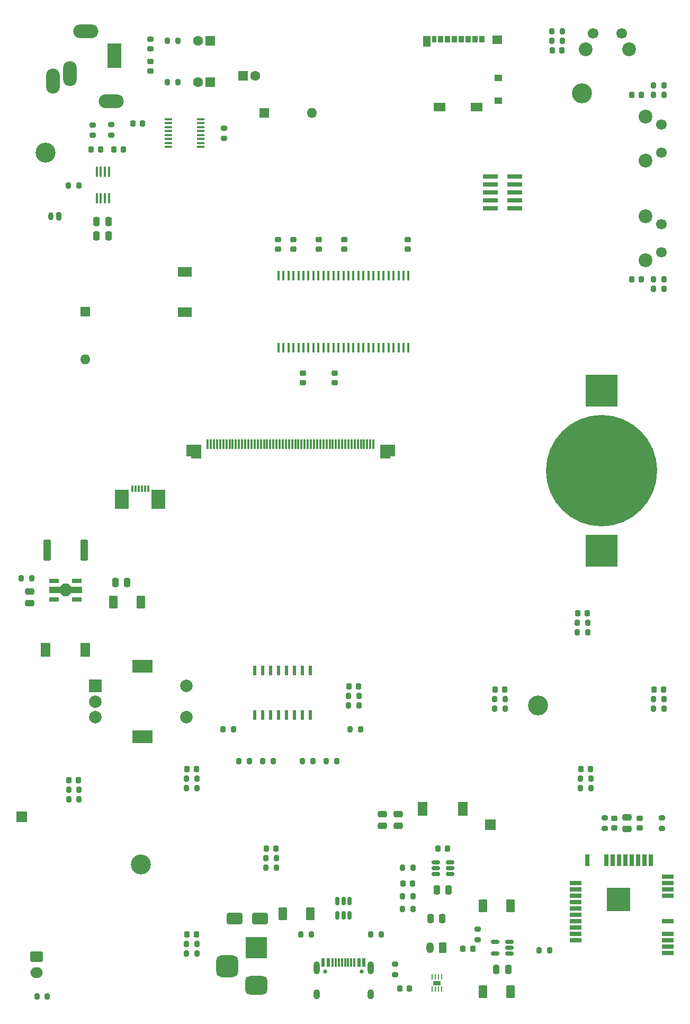
<source format=gbs>
G04 #@! TF.GenerationSoftware,KiCad,Pcbnew,7.0.1*
G04 #@! TF.CreationDate,2024-01-20T14:02:29+00:00*
G04 #@! TF.ProjectId,gk,676b2e6b-6963-4616-945f-706362585858,rev?*
G04 #@! TF.SameCoordinates,Original*
G04 #@! TF.FileFunction,Soldermask,Bot*
G04 #@! TF.FilePolarity,Negative*
%FSLAX46Y46*%
G04 Gerber Fmt 4.6, Leading zero omitted, Abs format (unit mm)*
G04 Created by KiCad (PCBNEW 7.0.1) date 2024-01-20 14:02:29*
%MOMM*%
%LPD*%
G01*
G04 APERTURE LIST*
G04 Aperture macros list*
%AMRoundRect*
0 Rectangle with rounded corners*
0 $1 Rounding radius*
0 $2 $3 $4 $5 $6 $7 $8 $9 X,Y pos of 4 corners*
0 Add a 4 corners polygon primitive as box body*
4,1,4,$2,$3,$4,$5,$6,$7,$8,$9,$2,$3,0*
0 Add four circle primitives for the rounded corners*
1,1,$1+$1,$2,$3*
1,1,$1+$1,$4,$5*
1,1,$1+$1,$6,$7*
1,1,$1+$1,$8,$9*
0 Add four rect primitives between the rounded corners*
20,1,$1+$1,$2,$3,$4,$5,0*
20,1,$1+$1,$4,$5,$6,$7,0*
20,1,$1+$1,$6,$7,$8,$9,0*
20,1,$1+$1,$8,$9,$2,$3,0*%
%AMFreePoly0*
4,1,13,0.900000,0.500000,2.600000,0.500000,2.600000,-0.500000,0.900000,-0.500000,0.400000,-1.000000,-0.400000,-1.000000,-0.900000,-0.500000,-2.600000,-0.500000,-2.600000,0.500000,-0.900000,0.500000,-0.400000,1.000000,0.400000,1.000000,0.900000,0.500000,0.900000,0.500000,$1*%
G04 Aperture macros list end*
%ADD10C,0.010000*%
%ADD11C,3.200000*%
%ADD12R,1.700000X1.700000*%
%ADD13R,2.000000X2.000000*%
%ADD14C,2.000000*%
%ADD15R,3.200000X2.000000*%
%ADD16R,2.200000X1.500000*%
%ADD17RoundRect,0.200000X0.200000X0.275000X-0.200000X0.275000X-0.200000X-0.275000X0.200000X-0.275000X0*%
%ADD18C,2.200000*%
%ADD19C,1.700000*%
%ADD20R,1.600000X1.600000*%
%ADD21O,1.600000X1.600000*%
%ADD22RoundRect,0.200000X0.200000X0.450000X-0.200000X0.450000X-0.200000X-0.450000X0.200000X-0.450000X0*%
%ADD23O,0.800000X1.300000*%
%ADD24C,0.650000*%
%ADD25R,0.600000X1.450000*%
%ADD26R,0.300000X1.450000*%
%ADD27O,1.000000X1.600000*%
%ADD28O,1.000000X2.100000*%
%ADD29RoundRect,0.225000X0.225000X0.250000X-0.225000X0.250000X-0.225000X-0.250000X0.225000X-0.250000X0*%
%ADD30RoundRect,0.200000X0.275000X-0.200000X0.275000X0.200000X-0.275000X0.200000X-0.275000X-0.200000X0*%
%ADD31RoundRect,0.225000X-0.225000X-0.250000X0.225000X-0.250000X0.225000X0.250000X-0.225000X0.250000X0*%
%ADD32RoundRect,0.200000X-0.275000X0.200000X-0.275000X-0.200000X0.275000X-0.200000X0.275000X0.200000X0*%
%ADD33RoundRect,0.250000X0.450000X0.800000X-0.450000X0.800000X-0.450000X-0.800000X0.450000X-0.800000X0*%
%ADD34R,0.300000X1.500000*%
%ADD35R,1.500000X2.200000*%
%ADD36RoundRect,0.150000X0.512500X0.150000X-0.512500X0.150000X-0.512500X-0.150000X0.512500X-0.150000X0*%
%ADD37RoundRect,0.200000X-0.200000X-0.275000X0.200000X-0.275000X0.200000X0.275000X-0.200000X0.275000X0*%
%ADD38RoundRect,0.062500X-0.062500X0.325000X-0.062500X-0.325000X0.062500X-0.325000X0.062500X0.325000X0*%
%ADD39R,1.200000X0.800000*%
%ADD40R,0.600000X1.500000*%
%ADD41RoundRect,0.225000X-0.250000X0.225000X-0.250000X-0.225000X0.250000X-0.225000X0.250000X0.225000X0*%
%ADD42C,1.600000*%
%ADD43R,0.300000X1.100000*%
%ADD44R,2.300000X3.100000*%
%ADD45RoundRect,0.250000X0.250000X0.475000X-0.250000X0.475000X-0.250000X-0.475000X0.250000X-0.475000X0*%
%ADD46RoundRect,0.250000X0.475000X-0.250000X0.475000X0.250000X-0.475000X0.250000X-0.475000X-0.250000X0*%
%ADD47RoundRect,0.225000X0.250000X-0.225000X0.250000X0.225000X-0.250000X0.225000X-0.250000X-0.225000X0*%
%ADD48R,5.100000X5.100000*%
%ADD49C,17.800000*%
%ADD50R,2.400000X0.740000*%
%ADD51R,3.500000X3.500000*%
%ADD52RoundRect,0.750000X1.000000X-0.750000X1.000000X0.750000X-1.000000X0.750000X-1.000000X-0.750000X0*%
%ADD53RoundRect,0.875000X0.875000X-0.875000X0.875000X0.875000X-0.875000X0.875000X-0.875000X-0.875000X0*%
%ADD54R,0.458000X1.510000*%
%ADD55R,1.500000X0.700000*%
%ADD56FreePoly0,0.000000*%
%ADD57R,1.200000X0.400000*%
%ADD58RoundRect,0.250000X0.362500X1.425000X-0.362500X1.425000X-0.362500X-1.425000X0.362500X-1.425000X0*%
%ADD59RoundRect,0.250000X-1.000000X-0.650000X1.000000X-0.650000X1.000000X0.650000X-1.000000X0.650000X0*%
%ADD60RoundRect,0.100000X-0.100000X0.712500X-0.100000X-0.712500X0.100000X-0.712500X0.100000X0.712500X0*%
%ADD61RoundRect,0.250000X-0.475000X0.250000X-0.475000X-0.250000X0.475000X-0.250000X0.475000X0.250000X0*%
%ADD62R,0.850000X1.100000*%
%ADD63R,0.750000X1.100000*%
%ADD64R,1.200000X1.000000*%
%ADD65R,1.550000X1.350000*%
%ADD66R,1.900000X1.350000*%
%ADD67R,1.170000X1.800000*%
%ADD68RoundRect,0.250000X-0.450000X-0.800000X0.450000X-0.800000X0.450000X0.800000X-0.450000X0.800000X0*%
%ADD69RoundRect,0.150000X0.150000X-0.512500X0.150000X0.512500X-0.150000X0.512500X-0.150000X-0.512500X0*%
%ADD70R,1.900000X0.800000*%
%ADD71R,0.800000X1.900000*%
%ADD72R,3.700000X3.700000*%
%ADD73O,2.200000X4.000000*%
%ADD74O,4.000000X2.200000*%
%ADD75R,2.200000X4.000000*%
%ADD76RoundRect,0.250000X-0.250000X-0.475000X0.250000X-0.475000X0.250000X0.475000X-0.250000X0.475000X0*%
%ADD77RoundRect,0.250000X-0.750000X0.600000X-0.750000X-0.600000X0.750000X-0.600000X0.750000X0.600000X0*%
%ADD78O,2.000000X1.700000*%
%ADD79RoundRect,0.250000X0.350000X0.625000X-0.350000X0.625000X-0.350000X-0.625000X0.350000X-0.625000X0*%
%ADD80O,1.200000X1.750000*%
%ADD81RoundRect,0.218750X0.218750X0.256250X-0.218750X0.256250X-0.218750X-0.256250X0.218750X-0.256250X0*%
G04 APERTURE END LIST*
D10*
X106620000Y-89664000D02*
X105820000Y-89664000D01*
X105820000Y-90014000D01*
X104320000Y-90014000D01*
X104320000Y-87864000D01*
X106620000Y-87864000D01*
X106620000Y-89664000D01*
G36*
X106620000Y-89664000D02*
G01*
X105820000Y-89664000D01*
X105820000Y-90014000D01*
X104320000Y-90014000D01*
X104320000Y-87864000D01*
X106620000Y-87864000D01*
X106620000Y-89664000D01*
G37*
X75620000Y-90014000D02*
X74120000Y-90014000D01*
X74120000Y-89664000D01*
X73320000Y-89664000D01*
X73320000Y-87864000D01*
X75620000Y-87864000D01*
X75620000Y-90014000D01*
G36*
X75620000Y-90014000D02*
G01*
X74120000Y-90014000D01*
X74120000Y-89664000D01*
X73320000Y-89664000D01*
X73320000Y-87864000D01*
X75620000Y-87864000D01*
X75620000Y-90014000D01*
G37*
D11*
X66040000Y-154940000D03*
D12*
X121920000Y-148590000D03*
D11*
X136525000Y-31750000D03*
X129540000Y-129540000D03*
D13*
X58790000Y-126430400D03*
D14*
X58790000Y-131430400D03*
X58790000Y-128930400D03*
D15*
X66290000Y-123330400D03*
X66290000Y-134530400D03*
D14*
X73290000Y-131430400D03*
X73290000Y-126430400D03*
D12*
X46990000Y-147320000D03*
D11*
X50800000Y-41275000D03*
D16*
X73025000Y-66700000D03*
X73025000Y-60300000D03*
D17*
X74993000Y-142748000D03*
X73343000Y-142748000D03*
X100901000Y-129540000D03*
X99251000Y-129540000D03*
D18*
X146725000Y-58400000D03*
X146725000Y-51400000D03*
D19*
X149225000Y-57150000D03*
X149225000Y-52650000D03*
D17*
X149669000Y-32004000D03*
X148019000Y-32004000D03*
D20*
X85725000Y-34925000D03*
D21*
X93345000Y-34925000D03*
D22*
X52898200Y-51436800D03*
D23*
X51648200Y-51436800D03*
D17*
X71945000Y-29972000D03*
X70295000Y-29972000D03*
D24*
X101315000Y-172025000D03*
X95535000Y-172025000D03*
D25*
X101675000Y-170580000D03*
X100875000Y-170580000D03*
D26*
X99675000Y-170580000D03*
X98675000Y-170580000D03*
X98175000Y-170580000D03*
X97175000Y-170580000D03*
D25*
X95975000Y-170580000D03*
X95175000Y-170580000D03*
X95175000Y-170580000D03*
X95975000Y-170580000D03*
D26*
X96675000Y-170580000D03*
X97675000Y-170580000D03*
X99175000Y-170580000D03*
X100175000Y-170580000D03*
D25*
X100875000Y-170580000D03*
X101675000Y-170580000D03*
D27*
X102745000Y-175675000D03*
D28*
X102745000Y-171495000D03*
D27*
X94105000Y-175675000D03*
D28*
X94105000Y-171495000D03*
D29*
X74943000Y-166116000D03*
X73393000Y-166116000D03*
D17*
X149669000Y-130048000D03*
X148019000Y-130048000D03*
D30*
X119888000Y-166941000D03*
X119888000Y-165291000D03*
D17*
X137477000Y-117856000D03*
X135827000Y-117856000D03*
D31*
X131813000Y-24892000D03*
X133363000Y-24892000D03*
D32*
X79298800Y-37325800D03*
X79298800Y-38975800D03*
D17*
X56095400Y-46532800D03*
X54445400Y-46532800D03*
D29*
X87643000Y-152400000D03*
X86093000Y-152400000D03*
D17*
X93535000Y-138430000D03*
X91885000Y-138430000D03*
D18*
X146725000Y-42525000D03*
X146725000Y-35525000D03*
D19*
X149225000Y-41275000D03*
X149225000Y-36775000D03*
D17*
X97345000Y-138430000D03*
X95695000Y-138430000D03*
D33*
X66055600Y-113080800D03*
X61655600Y-113080800D03*
D17*
X74993000Y-169164000D03*
X73343000Y-169164000D03*
D29*
X66307000Y-36576000D03*
X64757000Y-36576000D03*
D17*
X124269000Y-130048000D03*
X122619000Y-130048000D03*
X133413000Y-23368000D03*
X131763000Y-23368000D03*
D34*
X103220000Y-87814000D03*
X102720000Y-87814000D03*
X102220000Y-87814000D03*
X101720000Y-87814000D03*
X101220000Y-87814000D03*
X100720000Y-87814000D03*
X100220000Y-87814000D03*
X99720000Y-87814000D03*
X99220000Y-87814000D03*
X98720000Y-87814000D03*
X98220000Y-87814000D03*
X97720000Y-87814000D03*
X97220000Y-87814000D03*
X96720000Y-87814000D03*
X96220000Y-87814000D03*
X95720000Y-87814000D03*
X95220000Y-87814000D03*
X94720000Y-87814000D03*
X94220000Y-87814000D03*
X93720000Y-87814000D03*
X93220000Y-87814000D03*
X92720000Y-87814000D03*
X92220000Y-87814000D03*
X91720000Y-87814000D03*
X91220000Y-87814000D03*
X90720000Y-87814000D03*
X90220000Y-87814000D03*
X89720000Y-87814000D03*
X89220000Y-87814000D03*
X88720000Y-87814000D03*
X88220000Y-87814000D03*
X87720000Y-87814000D03*
X87220000Y-87814000D03*
X86720000Y-87814000D03*
X86220000Y-87814000D03*
X85720000Y-87814000D03*
X85220000Y-87814000D03*
X84720000Y-87814000D03*
X84220000Y-87814000D03*
X83720000Y-87814000D03*
X83220000Y-87814000D03*
X82720000Y-87814000D03*
X82220000Y-87814000D03*
X81720000Y-87814000D03*
X81220000Y-87814000D03*
X80720000Y-87814000D03*
X80220000Y-87814000D03*
X79720000Y-87814000D03*
X79220000Y-87814000D03*
X78720000Y-87814000D03*
X78220000Y-87814000D03*
X77720000Y-87814000D03*
X77220000Y-87814000D03*
X76720000Y-87814000D03*
D35*
X117500000Y-146050000D03*
X111100000Y-146050000D03*
D36*
X115437500Y-154625000D03*
X115437500Y-155575000D03*
X115437500Y-156525000D03*
X113162500Y-156525000D03*
X113162500Y-155575000D03*
X113162500Y-154625000D03*
D33*
X93132000Y-162814000D03*
X88732000Y-162814000D03*
D37*
X107887000Y-155448000D03*
X109537000Y-155448000D03*
D38*
X112635600Y-172900900D03*
X113135600Y-172900900D03*
X113635600Y-172900900D03*
X114135600Y-172900900D03*
X114135600Y-174875900D03*
X113635600Y-174875900D03*
X113135600Y-174875900D03*
X112635600Y-174875900D03*
D39*
X113385600Y-173888400D03*
D30*
X106680000Y-172529000D03*
X106680000Y-170879000D03*
X149352000Y-149161000D03*
X149352000Y-147511000D03*
D37*
X148019000Y-62992000D03*
X149669000Y-62992000D03*
D40*
X84201000Y-123958000D03*
X85471000Y-123958000D03*
X86741000Y-123958000D03*
X88011000Y-123958000D03*
X89281000Y-123958000D03*
X90551000Y-123958000D03*
X91821000Y-123958000D03*
X93091000Y-123958000D03*
X93091000Y-131058000D03*
X91821000Y-131058000D03*
X90551000Y-131058000D03*
X89281000Y-131058000D03*
X88011000Y-131058000D03*
X86741000Y-131058000D03*
X85471000Y-131058000D03*
X84201000Y-131058000D03*
D37*
X148019000Y-30480000D03*
X149669000Y-30480000D03*
D41*
X97028000Y-76441000D03*
X97028000Y-77991000D03*
D37*
X107887000Y-160020000D03*
X109537000Y-160020000D03*
X99251000Y-128016000D03*
X100901000Y-128016000D03*
D17*
X93281000Y-166116000D03*
X91631000Y-166116000D03*
D20*
X82356887Y-28956000D03*
D42*
X84356887Y-28956000D03*
D43*
X67188400Y-94916000D03*
X66688400Y-94916000D03*
X66188400Y-94916000D03*
X65688400Y-94916000D03*
X65188400Y-94916000D03*
X64688400Y-94916000D03*
D44*
X68858400Y-96616000D03*
X63018400Y-96616000D03*
D37*
X102807000Y-166116000D03*
X104457000Y-166116000D03*
D45*
X114234000Y-163576000D03*
X112334000Y-163576000D03*
D17*
X71945000Y-23368000D03*
X70295000Y-23368000D03*
X87185000Y-138430000D03*
X85535000Y-138430000D03*
D37*
X131763000Y-21844000D03*
X133413000Y-21844000D03*
X99505000Y-133350000D03*
X101155000Y-133350000D03*
D46*
X48260000Y-113218000D03*
X48260000Y-111318000D03*
D17*
X87693000Y-155448000D03*
X86043000Y-155448000D03*
D47*
X145796000Y-149111000D03*
X145796000Y-147561000D03*
D48*
X139700000Y-104875000D03*
X139700000Y-79275000D03*
D49*
X139700000Y-92075000D03*
D17*
X137985000Y-142748000D03*
X136335000Y-142748000D03*
D31*
X61709000Y-40741600D03*
X63259000Y-40741600D03*
D29*
X56083200Y-141528800D03*
X54533200Y-141528800D03*
D20*
X77155113Y-29972000D03*
D42*
X75155113Y-29972000D03*
D37*
X129731000Y-168656000D03*
X131381000Y-168656000D03*
D47*
X67564000Y-28207000D03*
X67564000Y-26657000D03*
D37*
X54483200Y-143052800D03*
X56133200Y-143052800D03*
D50*
X125775000Y-45085000D03*
X121875000Y-45085000D03*
X125775000Y-46355000D03*
X121875000Y-46355000D03*
X125775000Y-47625000D03*
X121875000Y-47625000D03*
X125775000Y-48895000D03*
X121875000Y-48895000D03*
X125775000Y-50165000D03*
X121875000Y-50165000D03*
D36*
X124962500Y-167325000D03*
X124962500Y-168275000D03*
X124962500Y-169225000D03*
X122687500Y-169225000D03*
X122687500Y-167325000D03*
D29*
X146063000Y-61468000D03*
X144513000Y-61468000D03*
D17*
X149669000Y-61468000D03*
X148019000Y-61468000D03*
D20*
X57150000Y-66675000D03*
D21*
X57150000Y-74295000D03*
D51*
X84523500Y-168244000D03*
D52*
X84523500Y-174244000D03*
D53*
X79823500Y-171244000D03*
D29*
X137427000Y-114838000D03*
X135877000Y-114838000D03*
D54*
X88025000Y-60925000D03*
X88825000Y-60925000D03*
X89625000Y-60925000D03*
X90425000Y-60925000D03*
X91225000Y-60925000D03*
X92025000Y-60925000D03*
X92825000Y-60925000D03*
X93625000Y-60925000D03*
X94425000Y-60925000D03*
X95225000Y-60925000D03*
X96025000Y-60925000D03*
X96825000Y-60925000D03*
X97625000Y-60925000D03*
X98425000Y-60925000D03*
X99225000Y-60925000D03*
X100025000Y-60925000D03*
X100825000Y-60925000D03*
X101625000Y-60925000D03*
X102425000Y-60925000D03*
X103225000Y-60925000D03*
X104025000Y-60925000D03*
X104825000Y-60925000D03*
X105625000Y-60925000D03*
X106425000Y-60925000D03*
X107225000Y-60925000D03*
X108025000Y-60925000D03*
X108825000Y-60925000D03*
X108825000Y-72425000D03*
X108025000Y-72425000D03*
X107225000Y-72425000D03*
X106425000Y-72425000D03*
X105625000Y-72425000D03*
X104825000Y-72425000D03*
X104025000Y-72425000D03*
X103225000Y-72425000D03*
X102425000Y-72425000D03*
X101625000Y-72425000D03*
X100825000Y-72425000D03*
X100025000Y-72425000D03*
X99225000Y-72425000D03*
X98425000Y-72425000D03*
X97625000Y-72425000D03*
X96825000Y-72425000D03*
X96025000Y-72425000D03*
X95225000Y-72425000D03*
X94425000Y-72425000D03*
X93625000Y-72425000D03*
X92825000Y-72425000D03*
X92025000Y-72425000D03*
X91225000Y-72425000D03*
X90425000Y-72425000D03*
X89625000Y-72425000D03*
X88825000Y-72425000D03*
X88025000Y-72425000D03*
D37*
X136335000Y-141224000D03*
X137985000Y-141224000D03*
D18*
X144125000Y-24725000D03*
X137125000Y-24725000D03*
D19*
X142875000Y-22225000D03*
X138375000Y-22225000D03*
D37*
X86043000Y-153924000D03*
X87693000Y-153924000D03*
D17*
X109537000Y-162052000D03*
X107887000Y-162052000D03*
D46*
X143764000Y-149286000D03*
X143764000Y-147386000D03*
D55*
X52125000Y-112625000D03*
D56*
X53975000Y-111125000D03*
D55*
X52125000Y-109625000D03*
X55825000Y-109625000D03*
X55825000Y-112625000D03*
D57*
X70425000Y-40322500D03*
X70425000Y-39687500D03*
X70425000Y-39052500D03*
X70425000Y-38417500D03*
X70425000Y-37782500D03*
X70425000Y-37147500D03*
X70425000Y-36512500D03*
X70425000Y-35877500D03*
X75625000Y-35877500D03*
X75625000Y-36512500D03*
X75625000Y-37147500D03*
X75625000Y-37782500D03*
X75625000Y-38417500D03*
X75625000Y-39052500D03*
X75625000Y-39687500D03*
X75625000Y-40322500D03*
D37*
X73343000Y-141224000D03*
X74993000Y-141224000D03*
X49416200Y-176072800D03*
X51066200Y-176072800D03*
D17*
X83375000Y-138430000D03*
X81725000Y-138430000D03*
X56133200Y-144576800D03*
X54483200Y-144576800D03*
D37*
X122619000Y-128524000D03*
X124269000Y-128524000D03*
D31*
X58051400Y-40741600D03*
X59601400Y-40741600D03*
D29*
X74943000Y-139700000D03*
X73393000Y-139700000D03*
D17*
X48577000Y-109220000D03*
X46927000Y-109220000D03*
D58*
X56937500Y-104775000D03*
X51012500Y-104775000D03*
D59*
X81058000Y-163576000D03*
X85058000Y-163576000D03*
D47*
X87938000Y-56655000D03*
X87938000Y-55105000D03*
D60*
X58969000Y-44267900D03*
X59619000Y-44267900D03*
X60269000Y-44267900D03*
X60919000Y-44267900D03*
X60919000Y-48492900D03*
X60269000Y-48492900D03*
X59619000Y-48492900D03*
X58969000Y-48492900D03*
D47*
X90424000Y-56655000D03*
X90424000Y-55105000D03*
D61*
X104648000Y-146878000D03*
X104648000Y-148778000D03*
D17*
X80835000Y-133350000D03*
X79185000Y-133350000D03*
D47*
X98552000Y-56655000D03*
X98552000Y-55105000D03*
D29*
X146063000Y-32004000D03*
X144513000Y-32004000D03*
D33*
X125136000Y-175260000D03*
X120736000Y-175260000D03*
D32*
X61264800Y-36767000D03*
X61264800Y-38417000D03*
D62*
X120580000Y-23125000D03*
X119480000Y-23125000D03*
X118380000Y-23125000D03*
X117280000Y-23125000D03*
X116180000Y-23125000D03*
X115080000Y-23125000D03*
X113980000Y-23125000D03*
D63*
X112930000Y-23125000D03*
D64*
X123215000Y-29275000D03*
X123215000Y-32975000D03*
D65*
X123040000Y-23250000D03*
D66*
X119715000Y-33950000D03*
X113745000Y-33950000D03*
D67*
X111720000Y-23475000D03*
D41*
X91948000Y-76441000D03*
X91948000Y-77991000D03*
D30*
X140208000Y-149161000D03*
X140208000Y-147511000D03*
D68*
X120736000Y-161544000D03*
X125136000Y-161544000D03*
D29*
X115075000Y-152400000D03*
X113525000Y-152400000D03*
D37*
X148019000Y-128524000D03*
X149669000Y-128524000D03*
D69*
X99375000Y-163062500D03*
X98425000Y-163062500D03*
X97475000Y-163062500D03*
X97475000Y-160787500D03*
X98425000Y-160787500D03*
X99375000Y-160787500D03*
D29*
X100851000Y-126492000D03*
X99301000Y-126492000D03*
D31*
X107937000Y-157988000D03*
X109487000Y-157988000D03*
D35*
X50775000Y-120650000D03*
X57175000Y-120650000D03*
D37*
X73343000Y-167640000D03*
X74993000Y-167640000D03*
D45*
X63840400Y-109880400D03*
X61940400Y-109880400D03*
D29*
X149619000Y-127000000D03*
X148069000Y-127000000D03*
D20*
X77155113Y-23368000D03*
D42*
X75155113Y-23368000D03*
D41*
X67564000Y-23101000D03*
X67564000Y-24651000D03*
D70*
X150240000Y-156910000D03*
X150240000Y-157926000D03*
X150240000Y-158942000D03*
X150240000Y-159958000D03*
X150240000Y-164022000D03*
X150240000Y-166054000D03*
X150240000Y-167070000D03*
X150240000Y-168086000D03*
X150240000Y-169102000D03*
X135510000Y-167064000D03*
X135510000Y-166048000D03*
X135510000Y-165032000D03*
X135510000Y-164016000D03*
X135510000Y-163000000D03*
X135510000Y-161984000D03*
X135510000Y-160968000D03*
X135510000Y-159952000D03*
X135510000Y-158936000D03*
X135510000Y-157920000D03*
D71*
X137410000Y-154240000D03*
X140458000Y-154240000D03*
X141474000Y-154240000D03*
X142490000Y-154240000D03*
X143506000Y-154240000D03*
X144522000Y-154240000D03*
X145538000Y-154240000D03*
X146554000Y-154240000D03*
X147570000Y-154240000D03*
D72*
X142390000Y-160510000D03*
D45*
X60843200Y-52273200D03*
X58943200Y-52273200D03*
D29*
X124219000Y-127000000D03*
X122669000Y-127000000D03*
D47*
X108712000Y-56655000D03*
X108712000Y-55105000D03*
D45*
X60843200Y-54559200D03*
X58943200Y-54559200D03*
D73*
X52007500Y-29850000D03*
X54707500Y-28650000D03*
D74*
X57207500Y-21850000D03*
D75*
X61807500Y-25750000D03*
D74*
X61307500Y-33050000D03*
D76*
X122875000Y-171704000D03*
X124775000Y-171704000D03*
D32*
X58369200Y-36817800D03*
X58369200Y-38467800D03*
D47*
X141732000Y-149111000D03*
X141732000Y-147561000D03*
D77*
X49382000Y-169692000D03*
D78*
X49382000Y-172192000D03*
D45*
X115250000Y-159004000D03*
X113350000Y-159004000D03*
D61*
X107188000Y-146878000D03*
X107188000Y-148778000D03*
D29*
X137935000Y-139700000D03*
X136385000Y-139700000D03*
D79*
X114300000Y-168275000D03*
D80*
X112300000Y-168275000D03*
D31*
X117538200Y-168452800D03*
X119088200Y-168452800D03*
D47*
X94488000Y-56655000D03*
X94488000Y-55105000D03*
D37*
X135827000Y-116332000D03*
X137477000Y-116332000D03*
D81*
X108991500Y-174752000D03*
X107416500Y-174752000D03*
M02*

</source>
